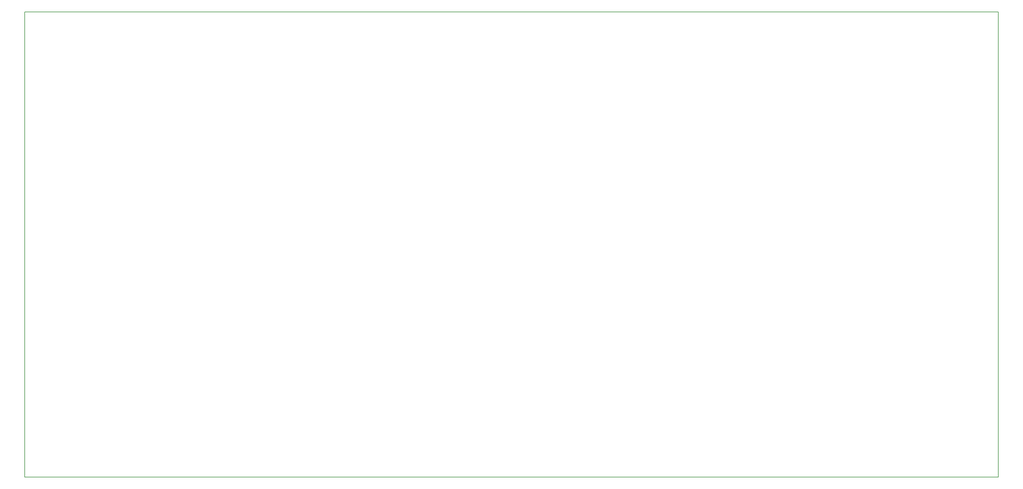
<source format=gbr>
%TF.GenerationSoftware,KiCad,Pcbnew,8.0.1*%
%TF.CreationDate,2024-04-02T21:45:17-06:00*%
%TF.ProjectId,ATV_Project_Slave Barg,4154565f-5072-46f6-9a65-63745f536c61,rev?*%
%TF.SameCoordinates,Original*%
%TF.FileFunction,Profile,NP*%
%FSLAX46Y46*%
G04 Gerber Fmt 4.6, Leading zero omitted, Abs format (unit mm)*
G04 Created by KiCad (PCBNEW 8.0.1) date 2024-04-02 21:45:17*
%MOMM*%
%LPD*%
G01*
G04 APERTURE LIST*
%TA.AperFunction,Profile*%
%ADD10C,0.200000*%
%TD*%
G04 APERTURE END LIST*
D10*
X6150000Y-16202000D02*
X289614000Y-16202000D01*
X289614000Y-151584000D01*
X6150000Y-151584000D01*
X6150000Y-16202000D01*
M02*

</source>
